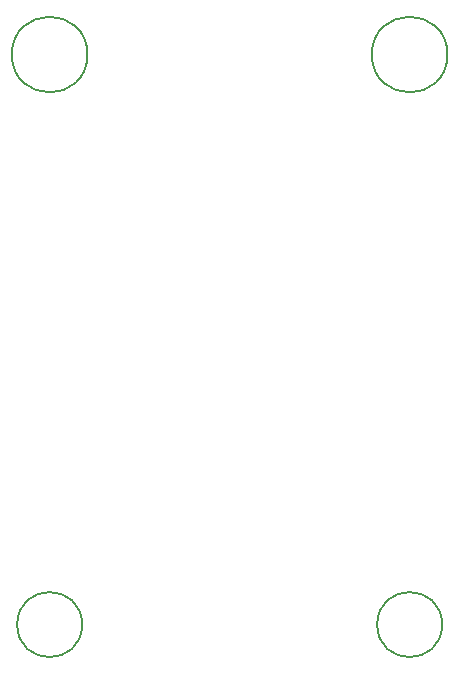
<source format=gbr>
%TF.GenerationSoftware,KiCad,Pcbnew,(6.0.9-0)*%
%TF.CreationDate,2024-03-23T11:25:05+01:00*%
%TF.ProjectId,attenuverters,61747465-6e75-4766-9572-746572732e6b,rev?*%
%TF.SameCoordinates,Original*%
%TF.FileFunction,Other,Comment*%
%FSLAX46Y46*%
G04 Gerber Fmt 4.6, Leading zero omitted, Abs format (unit mm)*
G04 Created by KiCad (PCBNEW (6.0.9-0)) date 2024-03-23 11:25:05*
%MOMM*%
%LPD*%
G01*
G04 APERTURE LIST*
%ADD10C,0.150000*%
G04 APERTURE END LIST*
D10*
%TO.C,H2*%
X8280000Y-5080000D02*
G75*
G03*
X8280000Y-5080000I-3200000J0D01*
G01*
%TO.C,H1*%
X38310000Y-53340000D02*
G75*
G03*
X38310000Y-53340000I-2750000J0D01*
G01*
%TO.C,H3*%
X7830000Y-53340000D02*
G75*
G03*
X7830000Y-53340000I-2750000J0D01*
G01*
%TO.C,H4*%
X38760000Y-5080000D02*
G75*
G03*
X38760000Y-5080000I-3200000J0D01*
G01*
%TD*%
M02*

</source>
